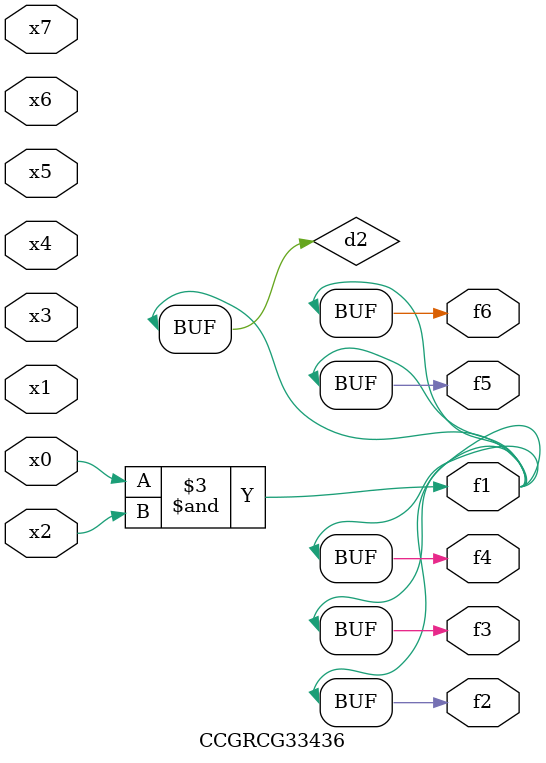
<source format=v>
module CCGRCG33436(
	input x0, x1, x2, x3, x4, x5, x6, x7,
	output f1, f2, f3, f4, f5, f6
);

	wire d1, d2;

	nor (d1, x3, x6);
	and (d2, x0, x2);
	assign f1 = d2;
	assign f2 = d2;
	assign f3 = d2;
	assign f4 = d2;
	assign f5 = d2;
	assign f6 = d2;
endmodule

</source>
